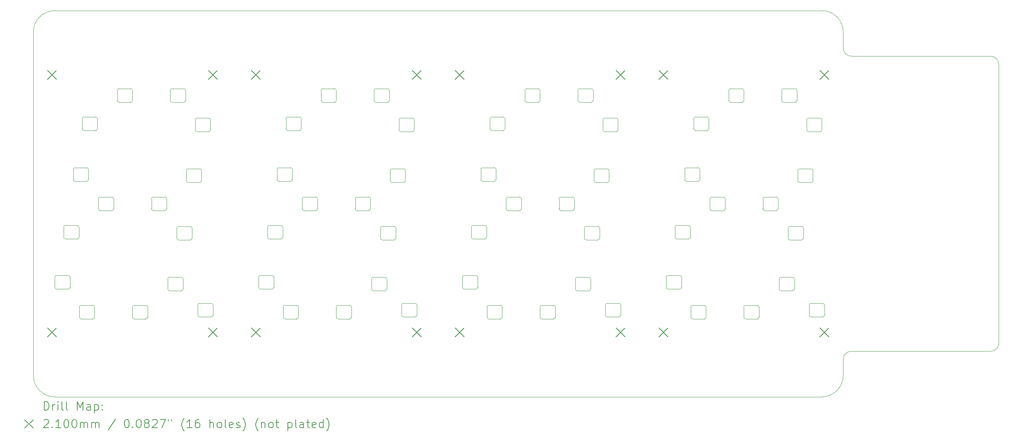
<source format=gbr>
%TF.GenerationSoftware,KiCad,Pcbnew,9.0.4*%
%TF.CreationDate,2025-08-31T21:09:59+02:00*%
%TF.ProjectId,n-teller-xl-diy,6e2d7465-6c6c-4657-922d-786c2d646979,1.0*%
%TF.SameCoordinates,Original*%
%TF.FileFunction,Drillmap*%
%TF.FilePolarity,Positive*%
%FSLAX45Y45*%
G04 Gerber Fmt 4.5, Leading zero omitted, Abs format (unit mm)*
G04 Created by KiCad (PCBNEW 9.0.4) date 2025-08-31 21:09:59*
%MOMM*%
%LPD*%
G01*
G04 APERTURE LIST*
%ADD10C,0.050000*%
%ADD11C,0.200000*%
%ADD12C,0.210000*%
G04 APERTURE END LIST*
D10*
X9779000Y3492500D02*
X13081000Y3492500D01*
X9080500Y4572000D02*
G75*
G02*
X9588500Y4064000I0J-508000D01*
G01*
X9588500Y-4064000D02*
G75*
G02*
X9080500Y-4572000I-508000J0D01*
G01*
X-9588500Y4064000D02*
G75*
G02*
X-9080500Y4572000I508000J0D01*
G01*
X9588500Y4064000D02*
X9588500Y3683000D01*
X-9080500Y4572000D02*
X9080500Y4572000D01*
X9779000Y-3492500D02*
X13081000Y-3492500D01*
X9588500Y-4064000D02*
X9588500Y-3683000D01*
X9080500Y-4572000D02*
X-9080500Y-4572000D01*
X13271500Y-3302000D02*
X13271500Y3302000D01*
X-9080500Y-4572000D02*
G75*
G02*
X-9588500Y-4064000I0J508000D01*
G01*
X13081000Y3492500D02*
G75*
G02*
X13271500Y3302000I0J-190500D01*
G01*
X9779000Y3492500D02*
G75*
G02*
X9588500Y3683000I0J190500D01*
G01*
X9588500Y-3683000D02*
G75*
G02*
X9779000Y-3492500I190500J0D01*
G01*
X13271500Y-3302000D02*
G75*
G02*
X13081000Y-3492500I-190500J0D01*
G01*
X-9588500Y4064000D02*
X-9588500Y-4064000D01*
X3957000Y-2396000D02*
X3957000Y-2636000D01*
X4277000Y-2356000D02*
X3997000Y-2356000D01*
X4277000Y-2676000D02*
X3997000Y-2676000D01*
X4317000Y-2396000D02*
X4317000Y-2636000D01*
X3957000Y-2396000D02*
G75*
G02*
X3997000Y-2356000I40000J0D01*
G01*
X3997000Y-2676000D02*
G75*
G02*
X3957000Y-2636000I0J40000D01*
G01*
X4277000Y-2356000D02*
G75*
G02*
X4317000Y-2396000I0J-40000D01*
G01*
X4317000Y-2636000D02*
G75*
G02*
X4277000Y-2676000I-40000J0D01*
G01*
X5398000Y-1740000D02*
X5398000Y-1980000D01*
X5718000Y-1700000D02*
X5438000Y-1700000D01*
X5718000Y-2020000D02*
X5438000Y-2020000D01*
X5758000Y-1740000D02*
X5758000Y-1980000D01*
X5398000Y-1740000D02*
G75*
G02*
X5438000Y-1700000I40000J0D01*
G01*
X5438000Y-2020000D02*
G75*
G02*
X5398000Y-1980000I0J40000D01*
G01*
X5718000Y-1700000D02*
G75*
G02*
X5758000Y-1740000I0J-40000D01*
G01*
X5758000Y-1980000D02*
G75*
G02*
X5718000Y-2020000I-40000J0D01*
G01*
X5607000Y-552000D02*
X5607000Y-792000D01*
X5927000Y-512000D02*
X5647000Y-512000D01*
X5927000Y-832000D02*
X5647000Y-832000D01*
X5967000Y-552000D02*
X5967000Y-792000D01*
X5607000Y-552000D02*
G75*
G02*
X5647000Y-512000I40000J0D01*
G01*
X5647000Y-832000D02*
G75*
G02*
X5607000Y-792000I0J40000D01*
G01*
X5927000Y-512000D02*
G75*
G02*
X5967000Y-552000I0J-40000D01*
G01*
X5967000Y-792000D02*
G75*
G02*
X5927000Y-832000I-40000J0D01*
G01*
X-1579000Y-1778000D02*
X-1579000Y-2018000D01*
X-1259000Y-1738000D02*
X-1539000Y-1738000D01*
X-1259000Y-2058000D02*
X-1539000Y-2058000D01*
X-1219000Y-1778000D02*
X-1219000Y-2018000D01*
X-1579000Y-1778000D02*
G75*
G02*
X-1539000Y-1738000I40000J0D01*
G01*
X-1539000Y-2058000D02*
G75*
G02*
X-1579000Y-2018000I0J40000D01*
G01*
X-1259000Y-1738000D02*
G75*
G02*
X-1219000Y-1778000I0J-40000D01*
G01*
X-1219000Y-2018000D02*
G75*
G02*
X-1259000Y-2058000I-40000J0D01*
G01*
X-1367000Y-574000D02*
X-1367000Y-814000D01*
X-1047000Y-534000D02*
X-1327000Y-534000D01*
X-1047000Y-854000D02*
X-1327000Y-854000D01*
X-1007000Y-574000D02*
X-1007000Y-814000D01*
X-1367000Y-574000D02*
G75*
G02*
X-1327000Y-534000I40000J0D01*
G01*
X-1327000Y-854000D02*
G75*
G02*
X-1367000Y-814000I0J40000D01*
G01*
X-1047000Y-534000D02*
G75*
G02*
X-1007000Y-574000I0J-40000D01*
G01*
X-1007000Y-814000D02*
G75*
G02*
X-1047000Y-854000I-40000J0D01*
G01*
X-1141000Y785000D02*
X-1141000Y545000D01*
X-821000Y825000D02*
X-1101000Y825000D01*
X-821000Y505000D02*
X-1101000Y505000D01*
X-781000Y785000D02*
X-781000Y545000D01*
X-1141000Y785000D02*
G75*
G02*
X-1101000Y825000I40000J0D01*
G01*
X-1101000Y505000D02*
G75*
G02*
X-1141000Y545000I0J40000D01*
G01*
X-821000Y825000D02*
G75*
G02*
X-781000Y785000I0J-40000D01*
G01*
X-781000Y545000D02*
G75*
G02*
X-821000Y505000I-40000J0D01*
G01*
X-8046000Y120000D02*
X-8046000Y-120000D01*
X-7726000Y160000D02*
X-8006000Y160000D01*
X-7726000Y-160000D02*
X-8006000Y-160000D01*
X-7686000Y120000D02*
X-7686000Y-120000D01*
X-8046000Y120000D02*
G75*
G02*
X-8006000Y160000I40000J0D01*
G01*
X-8006000Y-160000D02*
G75*
G02*
X-8046000Y-120000I0J40000D01*
G01*
X-7726000Y160000D02*
G75*
G02*
X-7686000Y120000I0J-40000D01*
G01*
X-7686000Y-120000D02*
G75*
G02*
X-7726000Y-160000I-40000J0D01*
G01*
X-3607000Y2015000D02*
X-3607000Y1775000D01*
X-3287000Y2055000D02*
X-3567000Y2055000D01*
X-3287000Y1735000D02*
X-3567000Y1735000D01*
X-3247000Y2015000D02*
X-3247000Y1775000D01*
X-3607000Y2015000D02*
G75*
G02*
X-3567000Y2055000I40000J0D01*
G01*
X-3567000Y1735000D02*
G75*
G02*
X-3607000Y1775000I0J40000D01*
G01*
X-3287000Y2055000D02*
G75*
G02*
X-3247000Y2015000I0J-40000D01*
G01*
X-3247000Y1775000D02*
G75*
G02*
X-3287000Y1735000I-40000J0D01*
G01*
X-8433000Y2015000D02*
X-8433000Y1775000D01*
X-8113000Y2055000D02*
X-8393000Y2055000D01*
X-8113000Y1735000D02*
X-8393000Y1735000D01*
X-8073000Y2015000D02*
X-8073000Y1775000D01*
X-8433000Y2015000D02*
G75*
G02*
X-8393000Y2055000I40000J0D01*
G01*
X-8393000Y1735000D02*
G75*
G02*
X-8433000Y1775000I0J40000D01*
G01*
X-8113000Y2055000D02*
G75*
G02*
X-8073000Y2015000I0J-40000D01*
G01*
X-8073000Y1775000D02*
G75*
G02*
X-8113000Y1735000I-40000J0D01*
G01*
X1153000Y-2445000D02*
X1153000Y-2685000D01*
X1473000Y-2405000D02*
X1193000Y-2405000D01*
X1473000Y-2725000D02*
X1193000Y-2725000D01*
X1513000Y-2445000D02*
X1513000Y-2685000D01*
X1153000Y-2445000D02*
G75*
G02*
X1193000Y-2405000I40000J0D01*
G01*
X1193000Y-2725000D02*
G75*
G02*
X1153000Y-2685000I0J40000D01*
G01*
X1473000Y-2405000D02*
G75*
G02*
X1513000Y-2445000I0J-40000D01*
G01*
X1513000Y-2685000D02*
G75*
G02*
X1473000Y-2725000I-40000J0D01*
G01*
X-6347000Y2685000D02*
X-6347000Y2445000D01*
X-6027000Y2725000D02*
X-6307000Y2725000D01*
X-6027000Y2405000D02*
X-6307000Y2405000D01*
X-5987000Y2685000D02*
X-5987000Y2445000D01*
X-6347000Y2685000D02*
G75*
G02*
X-6307000Y2725000I40000J0D01*
G01*
X-6307000Y2405000D02*
G75*
G02*
X-6347000Y2445000I0J40000D01*
G01*
X-6027000Y2725000D02*
G75*
G02*
X-5987000Y2685000I0J-40000D01*
G01*
X-5987000Y2445000D02*
G75*
G02*
X-6027000Y2405000I-40000J0D01*
G01*
X8131000Y2685000D02*
X8131000Y2445000D01*
X8451000Y2725000D02*
X8171000Y2725000D01*
X8451000Y2405000D02*
X8171000Y2405000D01*
X8491000Y2685000D02*
X8491000Y2445000D01*
X8131000Y2685000D02*
G75*
G02*
X8171000Y2725000I40000J0D01*
G01*
X8171000Y2405000D02*
G75*
G02*
X8131000Y2445000I0J40000D01*
G01*
X8451000Y2725000D02*
G75*
G02*
X8491000Y2685000I0J-40000D01*
G01*
X8491000Y2445000D02*
G75*
G02*
X8451000Y2405000I-40000J0D01*
G01*
X-5756000Y1989000D02*
X-5756000Y1749000D01*
X-5436000Y2029000D02*
X-5716000Y2029000D01*
X-5436000Y1709000D02*
X-5716000Y1709000D01*
X-5396000Y1989000D02*
X-5396000Y1749000D01*
X-5756000Y1989000D02*
G75*
G02*
X-5716000Y2029000I40000J0D01*
G01*
X-5716000Y1709000D02*
G75*
G02*
X-5756000Y1749000I0J40000D01*
G01*
X-5436000Y2029000D02*
G75*
G02*
X-5396000Y1989000I0J-40000D01*
G01*
X-5396000Y1749000D02*
G75*
G02*
X-5436000Y1709000I-40000J0D01*
G01*
X3896000Y1989000D02*
X3896000Y1749000D01*
X4216000Y2029000D02*
X3936000Y2029000D01*
X4216000Y1709000D02*
X3936000Y1709000D01*
X4256000Y1989000D02*
X4256000Y1749000D01*
X3896000Y1989000D02*
G75*
G02*
X3936000Y2029000I40000J0D01*
G01*
X3936000Y1709000D02*
G75*
G02*
X3896000Y1749000I0J40000D01*
G01*
X4216000Y2029000D02*
G75*
G02*
X4256000Y1989000I0J-40000D01*
G01*
X4256000Y1749000D02*
G75*
G02*
X4216000Y1709000I-40000J0D01*
G01*
X-2777000Y2685000D02*
X-2777000Y2445000D01*
X-2457000Y2725000D02*
X-2737000Y2725000D01*
X-2457000Y2405000D02*
X-2737000Y2405000D01*
X-2417000Y2685000D02*
X-2417000Y2445000D01*
X-2777000Y2685000D02*
G75*
G02*
X-2737000Y2725000I40000J0D01*
G01*
X-2737000Y2405000D02*
G75*
G02*
X-2777000Y2445000I0J40000D01*
G01*
X-2457000Y2725000D02*
G75*
G02*
X-2417000Y2685000I0J-40000D01*
G01*
X-2417000Y2445000D02*
G75*
G02*
X-2457000Y2405000I-40000J0D01*
G01*
X-1521000Y2685000D02*
X-1521000Y2445000D01*
X-1201000Y2725000D02*
X-1481000Y2725000D01*
X-1201000Y2405000D02*
X-1481000Y2405000D01*
X-1161000Y2685000D02*
X-1161000Y2445000D01*
X-1521000Y2685000D02*
G75*
G02*
X-1481000Y2725000I40000J0D01*
G01*
X-1481000Y2405000D02*
G75*
G02*
X-1521000Y2445000I0J40000D01*
G01*
X-1201000Y2725000D02*
G75*
G02*
X-1161000Y2685000I0J-40000D01*
G01*
X-1161000Y2445000D02*
G75*
G02*
X-1201000Y2405000I-40000J0D01*
G01*
X3247000Y-1778000D02*
X3247000Y-2018000D01*
X3567000Y-1738000D02*
X3287000Y-1738000D01*
X3567000Y-2058000D02*
X3287000Y-2058000D01*
X3607000Y-1778000D02*
X3607000Y-2018000D01*
X3247000Y-1778000D02*
G75*
G02*
X3287000Y-1738000I40000J0D01*
G01*
X3287000Y-2058000D02*
G75*
G02*
X3247000Y-2018000I0J40000D01*
G01*
X3567000Y-1738000D02*
G75*
G02*
X3607000Y-1778000I0J-40000D01*
G01*
X3607000Y-2018000D02*
G75*
G02*
X3567000Y-2058000I-40000J0D01*
G01*
X-4254000Y-1740000D02*
X-4254000Y-1980000D01*
X-3934000Y-1700000D02*
X-4214000Y-1700000D01*
X-3934000Y-2020000D02*
X-4214000Y-2020000D01*
X-3894000Y-1740000D02*
X-3894000Y-1980000D01*
X-4254000Y-1740000D02*
G75*
G02*
X-4214000Y-1700000I40000J0D01*
G01*
X-4214000Y-2020000D02*
G75*
G02*
X-4254000Y-1980000I0J40000D01*
G01*
X-3934000Y-1700000D02*
G75*
G02*
X-3894000Y-1740000I0J-40000D01*
G01*
X-3894000Y-1980000D02*
G75*
G02*
X-3934000Y-2020000I-40000J0D01*
G01*
X2860000Y120000D02*
X2860000Y-120000D01*
X3180000Y160000D02*
X2900000Y160000D01*
X3180000Y-160000D02*
X2900000Y-160000D01*
X3220000Y120000D02*
X3220000Y-120000D01*
X2860000Y120000D02*
G75*
G02*
X2900000Y160000I40000J0D01*
G01*
X2900000Y-160000D02*
G75*
G02*
X2860000Y-120000I0J40000D01*
G01*
X3180000Y160000D02*
G75*
G02*
X3220000Y120000I0J-40000D01*
G01*
X3220000Y-120000D02*
G75*
G02*
X3180000Y-160000I-40000J0D01*
G01*
X-8499000Y-2445000D02*
X-8499000Y-2685000D01*
X-8179000Y-2405000D02*
X-8459000Y-2405000D01*
X-8179000Y-2725000D02*
X-8459000Y-2725000D01*
X-8139000Y-2445000D02*
X-8139000Y-2685000D01*
X-8499000Y-2445000D02*
G75*
G02*
X-8459000Y-2405000I40000J0D01*
G01*
X-8459000Y-2725000D02*
G75*
G02*
X-8499000Y-2685000I0J40000D01*
G01*
X-8179000Y-2405000D02*
G75*
G02*
X-8139000Y-2445000I0J-40000D01*
G01*
X-8139000Y-2685000D02*
G75*
G02*
X-8179000Y-2725000I-40000J0D01*
G01*
X-2418000Y-2445000D02*
X-2418000Y-2685000D01*
X-2098000Y-2405000D02*
X-2378000Y-2405000D01*
X-2098000Y-2725000D02*
X-2378000Y-2725000D01*
X-2058000Y-2445000D02*
X-2058000Y-2685000D01*
X-2418000Y-2445000D02*
G75*
G02*
X-2378000Y-2405000I40000J0D01*
G01*
X-2378000Y-2725000D02*
G75*
G02*
X-2418000Y-2685000I0J40000D01*
G01*
X-2098000Y-2405000D02*
G75*
G02*
X-2058000Y-2445000I0J-40000D01*
G01*
X-2058000Y-2685000D02*
G75*
G02*
X-2098000Y-2725000I-40000J0D01*
G01*
X-3673000Y-2445000D02*
X-3673000Y-2685000D01*
X-3353000Y-2405000D02*
X-3633000Y-2405000D01*
X-3353000Y-2725000D02*
X-3633000Y-2725000D01*
X-3313000Y-2445000D02*
X-3313000Y-2685000D01*
X-3673000Y-2445000D02*
G75*
G02*
X-3633000Y-2405000I40000J0D01*
G01*
X-3633000Y-2725000D02*
G75*
G02*
X-3673000Y-2685000I0J40000D01*
G01*
X-3353000Y-2405000D02*
G75*
G02*
X-3313000Y-2445000I0J-40000D01*
G01*
X-3313000Y-2685000D02*
G75*
G02*
X-3353000Y-2725000I-40000J0D01*
G01*
X8073000Y-1778000D02*
X8073000Y-2018000D01*
X8393000Y-1738000D02*
X8113000Y-1738000D01*
X8393000Y-2058000D02*
X8113000Y-2058000D01*
X8433000Y-1778000D02*
X8433000Y-2018000D01*
X8073000Y-1778000D02*
G75*
G02*
X8113000Y-1738000I40000J0D01*
G01*
X8113000Y-2058000D02*
G75*
G02*
X8073000Y-2018000I0J40000D01*
G01*
X8393000Y-1738000D02*
G75*
G02*
X8433000Y-1778000I0J-40000D01*
G01*
X8433000Y-2018000D02*
G75*
G02*
X8393000Y-2058000I-40000J0D01*
G01*
X8285000Y-574000D02*
X8285000Y-814000D01*
X8605000Y-534000D02*
X8325000Y-534000D01*
X8605000Y-854000D02*
X8325000Y-854000D01*
X8645000Y-574000D02*
X8645000Y-814000D01*
X8285000Y-574000D02*
G75*
G02*
X8325000Y-534000I40000J0D01*
G01*
X8325000Y-854000D02*
G75*
G02*
X8285000Y-814000I0J40000D01*
G01*
X8605000Y-534000D02*
G75*
G02*
X8645000Y-574000I0J-40000D01*
G01*
X8645000Y-814000D02*
G75*
G02*
X8605000Y-854000I-40000J0D01*
G01*
X3305000Y2685000D02*
X3305000Y2445000D01*
X3625000Y2725000D02*
X3345000Y2725000D01*
X3625000Y2405000D02*
X3345000Y2405000D01*
X3665000Y2685000D02*
X3665000Y2445000D01*
X3305000Y2685000D02*
G75*
G02*
X3345000Y2725000I40000J0D01*
G01*
X3345000Y2405000D02*
G75*
G02*
X3305000Y2445000I0J40000D01*
G01*
X3625000Y2725000D02*
G75*
G02*
X3665000Y2685000I0J-40000D01*
G01*
X3665000Y2445000D02*
G75*
G02*
X3625000Y2405000I-40000J0D01*
G01*
X-9080000Y-1740000D02*
X-9080000Y-1980000D01*
X-8760000Y-1700000D02*
X-9040000Y-1700000D01*
X-8760000Y-2020000D02*
X-9040000Y-2020000D01*
X-8720000Y-1740000D02*
X-8720000Y-1980000D01*
X-9080000Y-1740000D02*
G75*
G02*
X-9040000Y-1700000I40000J0D01*
G01*
X-9040000Y-2020000D02*
G75*
G02*
X-9080000Y-1980000I0J40000D01*
G01*
X-8760000Y-1700000D02*
G75*
G02*
X-8720000Y-1740000I0J-40000D01*
G01*
X-8720000Y-1980000D02*
G75*
G02*
X-8760000Y-2020000I-40000J0D01*
G01*
X-6193000Y-574000D02*
X-6193000Y-814000D01*
X-5873000Y-534000D02*
X-6153000Y-534000D01*
X-5873000Y-854000D02*
X-6153000Y-854000D01*
X-5833000Y-574000D02*
X-5833000Y-814000D01*
X-6193000Y-574000D02*
G75*
G02*
X-6153000Y-534000I40000J0D01*
G01*
X-6153000Y-854000D02*
G75*
G02*
X-6193000Y-814000I0J40000D01*
G01*
X-5873000Y-534000D02*
G75*
G02*
X-5833000Y-574000I0J-40000D01*
G01*
X-5833000Y-814000D02*
G75*
G02*
X-5873000Y-854000I-40000J0D01*
G01*
X-6792000Y120000D02*
X-6792000Y-120000D01*
X-6472000Y160000D02*
X-6752000Y160000D01*
X-6472000Y-160000D02*
X-6752000Y-160000D01*
X-6432000Y120000D02*
X-6432000Y-120000D01*
X-6792000Y120000D02*
G75*
G02*
X-6752000Y160000I40000J0D01*
G01*
X-6752000Y-160000D02*
G75*
G02*
X-6792000Y-120000I0J40000D01*
G01*
X-6472000Y160000D02*
G75*
G02*
X-6432000Y120000I0J-40000D01*
G01*
X-6432000Y-120000D02*
G75*
G02*
X-6472000Y-160000I-40000J0D01*
G01*
X8511000Y785000D02*
X8511000Y545000D01*
X8831000Y825000D02*
X8551000Y825000D01*
X8831000Y505000D02*
X8551000Y505000D01*
X8871000Y785000D02*
X8871000Y545000D01*
X8511000Y785000D02*
G75*
G02*
X8551000Y825000I40000J0D01*
G01*
X8551000Y505000D02*
G75*
G02*
X8511000Y545000I0J40000D01*
G01*
X8831000Y825000D02*
G75*
G02*
X8871000Y785000I0J-40000D01*
G01*
X8871000Y545000D02*
G75*
G02*
X8831000Y505000I-40000J0D01*
G01*
X-5967000Y785000D02*
X-5967000Y545000D01*
X-5647000Y825000D02*
X-5927000Y825000D01*
X-5647000Y505000D02*
X-5927000Y505000D01*
X-5607000Y785000D02*
X-5607000Y545000D01*
X-5967000Y785000D02*
G75*
G02*
X-5927000Y825000I40000J0D01*
G01*
X-5927000Y505000D02*
G75*
G02*
X-5967000Y545000I0J40000D01*
G01*
X-5647000Y825000D02*
G75*
G02*
X-5607000Y785000I0J-40000D01*
G01*
X-5607000Y545000D02*
G75*
G02*
X-5647000Y505000I-40000J0D01*
G01*
X572000Y-1740000D02*
X572000Y-1980000D01*
X892000Y-1700000D02*
X612000Y-1700000D01*
X892000Y-2020000D02*
X612000Y-2020000D01*
X932000Y-1740000D02*
X932000Y-1980000D01*
X572000Y-1740000D02*
G75*
G02*
X612000Y-1700000I40000J0D01*
G01*
X612000Y-2020000D02*
G75*
G02*
X572000Y-1980000I0J40000D01*
G01*
X892000Y-1700000D02*
G75*
G02*
X932000Y-1740000I0J-40000D01*
G01*
X932000Y-1980000D02*
G75*
G02*
X892000Y-2020000I-40000J0D01*
G01*
X-3819000Y813000D02*
X-3819000Y573000D01*
X-3499000Y853000D02*
X-3779000Y853000D01*
X-3499000Y533000D02*
X-3779000Y533000D01*
X-3459000Y813000D02*
X-3459000Y573000D01*
X-3819000Y813000D02*
G75*
G02*
X-3779000Y853000I40000J0D01*
G01*
X-3779000Y533000D02*
G75*
G02*
X-3819000Y573000I0J40000D01*
G01*
X-3499000Y853000D02*
G75*
G02*
X-3459000Y813000I0J-40000D01*
G01*
X-3459000Y573000D02*
G75*
G02*
X-3499000Y533000I-40000J0D01*
G01*
X-8871000Y-552000D02*
X-8871000Y-792000D01*
X-8551000Y-512000D02*
X-8831000Y-512000D01*
X-8551000Y-832000D02*
X-8831000Y-832000D01*
X-8511000Y-552000D02*
X-8511000Y-792000D01*
X-8871000Y-552000D02*
G75*
G02*
X-8831000Y-512000I40000J0D01*
G01*
X-8831000Y-832000D02*
G75*
G02*
X-8871000Y-792000I0J40000D01*
G01*
X-8551000Y-512000D02*
G75*
G02*
X-8511000Y-552000I0J-40000D01*
G01*
X-8511000Y-792000D02*
G75*
G02*
X-8551000Y-832000I-40000J0D01*
G01*
X-869000Y-2396000D02*
X-869000Y-2636000D01*
X-549000Y-2356000D02*
X-829000Y-2356000D01*
X-549000Y-2676000D02*
X-829000Y-2676000D01*
X-509000Y-2396000D02*
X-509000Y-2636000D01*
X-869000Y-2396000D02*
G75*
G02*
X-829000Y-2356000I40000J0D01*
G01*
X-829000Y-2676000D02*
G75*
G02*
X-869000Y-2636000I0J40000D01*
G01*
X-549000Y-2356000D02*
G75*
G02*
X-509000Y-2396000I0J-40000D01*
G01*
X-509000Y-2636000D02*
G75*
G02*
X-549000Y-2676000I-40000J0D01*
G01*
X-8645000Y813000D02*
X-8645000Y573000D01*
X-8325000Y853000D02*
X-8605000Y853000D01*
X-8325000Y533000D02*
X-8605000Y533000D01*
X-8285000Y813000D02*
X-8285000Y573000D01*
X-8645000Y813000D02*
G75*
G02*
X-8605000Y853000I40000J0D01*
G01*
X-8605000Y533000D02*
G75*
G02*
X-8645000Y573000I0J40000D01*
G01*
X-8325000Y853000D02*
G75*
G02*
X-8285000Y813000I0J-40000D01*
G01*
X-8285000Y573000D02*
G75*
G02*
X-8325000Y533000I-40000J0D01*
G01*
X1219000Y2015000D02*
X1219000Y1775000D01*
X1539000Y2055000D02*
X1259000Y2055000D01*
X1539000Y1735000D02*
X1259000Y1735000D01*
X1579000Y2015000D02*
X1579000Y1775000D01*
X1219000Y2015000D02*
G75*
G02*
X1259000Y2055000I40000J0D01*
G01*
X1259000Y1735000D02*
G75*
G02*
X1219000Y1775000I0J40000D01*
G01*
X1539000Y2055000D02*
G75*
G02*
X1579000Y2015000I0J-40000D01*
G01*
X1579000Y1775000D02*
G75*
G02*
X1539000Y1735000I-40000J0D01*
G01*
X-7603000Y2685000D02*
X-7603000Y2445000D01*
X-7283000Y2725000D02*
X-7563000Y2725000D01*
X-7283000Y2405000D02*
X-7563000Y2405000D01*
X-7243000Y2685000D02*
X-7243000Y2445000D01*
X-7603000Y2685000D02*
G75*
G02*
X-7563000Y2725000I40000J0D01*
G01*
X-7563000Y2405000D02*
G75*
G02*
X-7603000Y2445000I0J40000D01*
G01*
X-7283000Y2725000D02*
G75*
G02*
X-7243000Y2685000I0J-40000D01*
G01*
X-7243000Y2445000D02*
G75*
G02*
X-7283000Y2405000I-40000J0D01*
G01*
X3685000Y785000D02*
X3685000Y545000D01*
X4005000Y825000D02*
X3725000Y825000D01*
X4005000Y505000D02*
X3725000Y505000D01*
X4045000Y785000D02*
X4045000Y545000D01*
X3685000Y785000D02*
G75*
G02*
X3725000Y825000I40000J0D01*
G01*
X3725000Y505000D02*
G75*
G02*
X3685000Y545000I0J40000D01*
G01*
X4005000Y825000D02*
G75*
G02*
X4045000Y785000I0J-40000D01*
G01*
X4045000Y545000D02*
G75*
G02*
X4005000Y505000I-40000J0D01*
G01*
X5833000Y813000D02*
X5833000Y573000D01*
X6153000Y853000D02*
X5873000Y853000D01*
X6153000Y533000D02*
X5873000Y533000D01*
X6193000Y813000D02*
X6193000Y573000D01*
X5833000Y813000D02*
G75*
G02*
X5873000Y853000I40000J0D01*
G01*
X5873000Y533000D02*
G75*
G02*
X5833000Y573000I0J40000D01*
G01*
X6153000Y853000D02*
G75*
G02*
X6193000Y813000I0J-40000D01*
G01*
X6193000Y573000D02*
G75*
G02*
X6153000Y533000I-40000J0D01*
G01*
X6875000Y2685000D02*
X6875000Y2445000D01*
X7195000Y2725000D02*
X6915000Y2725000D01*
X7195000Y2405000D02*
X6915000Y2405000D01*
X7235000Y2685000D02*
X7235000Y2445000D01*
X6875000Y2685000D02*
G75*
G02*
X6915000Y2725000I40000J0D01*
G01*
X6915000Y2405000D02*
G75*
G02*
X6875000Y2445000I0J40000D01*
G01*
X7195000Y2725000D02*
G75*
G02*
X7235000Y2685000I0J-40000D01*
G01*
X7235000Y2445000D02*
G75*
G02*
X7195000Y2405000I-40000J0D01*
G01*
X-4045000Y-552000D02*
X-4045000Y-792000D01*
X-3725000Y-512000D02*
X-4005000Y-512000D01*
X-3725000Y-832000D02*
X-4005000Y-832000D01*
X-3685000Y-552000D02*
X-3685000Y-792000D01*
X-4045000Y-552000D02*
G75*
G02*
X-4005000Y-512000I40000J0D01*
G01*
X-4005000Y-832000D02*
G75*
G02*
X-4045000Y-792000I0J40000D01*
G01*
X-3725000Y-512000D02*
G75*
G02*
X-3685000Y-552000I0J-40000D01*
G01*
X-3685000Y-792000D02*
G75*
G02*
X-3725000Y-832000I-40000J0D01*
G01*
X-3220000Y120000D02*
X-3220000Y-120000D01*
X-2900000Y160000D02*
X-3180000Y160000D01*
X-2900000Y-160000D02*
X-3180000Y-160000D01*
X-2860000Y120000D02*
X-2860000Y-120000D01*
X-3220000Y120000D02*
G75*
G02*
X-3180000Y160000I40000J0D01*
G01*
X-3180000Y-160000D02*
G75*
G02*
X-3220000Y-120000I0J40000D01*
G01*
X-2900000Y160000D02*
G75*
G02*
X-2860000Y120000I0J-40000D01*
G01*
X-2860000Y-120000D02*
G75*
G02*
X-2900000Y-160000I-40000J0D01*
G01*
X7234000Y-2445000D02*
X7234000Y-2685000D01*
X7554000Y-2405000D02*
X7274000Y-2405000D01*
X7554000Y-2725000D02*
X7274000Y-2725000D01*
X7594000Y-2445000D02*
X7594000Y-2685000D01*
X7234000Y-2445000D02*
G75*
G02*
X7274000Y-2405000I40000J0D01*
G01*
X7274000Y-2725000D02*
G75*
G02*
X7234000Y-2685000I0J40000D01*
G01*
X7554000Y-2405000D02*
G75*
G02*
X7594000Y-2445000I0J-40000D01*
G01*
X7594000Y-2685000D02*
G75*
G02*
X7554000Y-2725000I-40000J0D01*
G01*
X-6405000Y-1778000D02*
X-6405000Y-2018000D01*
X-6085000Y-1738000D02*
X-6365000Y-1738000D01*
X-6085000Y-2058000D02*
X-6365000Y-2058000D01*
X-6045000Y-1778000D02*
X-6045000Y-2018000D01*
X-6405000Y-1778000D02*
G75*
G02*
X-6365000Y-1738000I40000J0D01*
G01*
X-6365000Y-2058000D02*
G75*
G02*
X-6405000Y-2018000I0J40000D01*
G01*
X-6085000Y-1738000D02*
G75*
G02*
X-6045000Y-1778000I0J-40000D01*
G01*
X-6045000Y-2018000D02*
G75*
G02*
X-6085000Y-2058000I-40000J0D01*
G01*
X1007000Y813000D02*
X1007000Y573000D01*
X1327000Y853000D02*
X1047000Y853000D01*
X1327000Y533000D02*
X1047000Y533000D01*
X1367000Y813000D02*
X1367000Y573000D01*
X1007000Y813000D02*
G75*
G02*
X1047000Y853000I40000J0D01*
G01*
X1047000Y533000D02*
G75*
G02*
X1007000Y573000I0J40000D01*
G01*
X1327000Y853000D02*
G75*
G02*
X1367000Y813000I0J-40000D01*
G01*
X1367000Y573000D02*
G75*
G02*
X1327000Y533000I-40000J0D01*
G01*
X-930000Y1989000D02*
X-930000Y1749000D01*
X-610000Y2029000D02*
X-890000Y2029000D01*
X-610000Y1709000D02*
X-890000Y1709000D01*
X-570000Y1989000D02*
X-570000Y1749000D01*
X-930000Y1989000D02*
G75*
G02*
X-890000Y2029000I40000J0D01*
G01*
X-890000Y1709000D02*
G75*
G02*
X-930000Y1749000I0J40000D01*
G01*
X-610000Y2029000D02*
G75*
G02*
X-570000Y1989000I0J-40000D01*
G01*
X-570000Y1749000D02*
G75*
G02*
X-610000Y1709000I-40000J0D01*
G01*
X3459000Y-574000D02*
X3459000Y-814000D01*
X3779000Y-534000D02*
X3499000Y-534000D01*
X3779000Y-854000D02*
X3499000Y-854000D01*
X3819000Y-574000D02*
X3819000Y-814000D01*
X3459000Y-574000D02*
G75*
G02*
X3499000Y-534000I40000J0D01*
G01*
X3499000Y-854000D02*
G75*
G02*
X3459000Y-814000I0J40000D01*
G01*
X3779000Y-534000D02*
G75*
G02*
X3819000Y-574000I0J-40000D01*
G01*
X3819000Y-814000D02*
G75*
G02*
X3779000Y-854000I-40000J0D01*
G01*
X1606000Y120000D02*
X1606000Y-120000D01*
X1926000Y160000D02*
X1646000Y160000D01*
X1926000Y-160000D02*
X1646000Y-160000D01*
X1966000Y120000D02*
X1966000Y-120000D01*
X1606000Y120000D02*
G75*
G02*
X1646000Y160000I40000J0D01*
G01*
X1646000Y-160000D02*
G75*
G02*
X1606000Y-120000I0J40000D01*
G01*
X1926000Y160000D02*
G75*
G02*
X1966000Y120000I0J-40000D01*
G01*
X1966000Y-120000D02*
G75*
G02*
X1926000Y-160000I-40000J0D01*
G01*
X781000Y-552000D02*
X781000Y-792000D01*
X1101000Y-512000D02*
X821000Y-512000D01*
X1101000Y-832000D02*
X821000Y-832000D01*
X1141000Y-552000D02*
X1141000Y-792000D01*
X781000Y-552000D02*
G75*
G02*
X821000Y-512000I40000J0D01*
G01*
X821000Y-832000D02*
G75*
G02*
X781000Y-792000I0J40000D01*
G01*
X1101000Y-512000D02*
G75*
G02*
X1141000Y-552000I0J-40000D01*
G01*
X1141000Y-792000D02*
G75*
G02*
X1101000Y-832000I-40000J0D01*
G01*
X7686000Y120000D02*
X7686000Y-120000D01*
X8006000Y160000D02*
X7726000Y160000D01*
X8006000Y-160000D02*
X7726000Y-160000D01*
X8046000Y120000D02*
X8046000Y-120000D01*
X7686000Y120000D02*
G75*
G02*
X7726000Y160000I40000J0D01*
G01*
X7726000Y-160000D02*
G75*
G02*
X7686000Y-120000I0J40000D01*
G01*
X8006000Y160000D02*
G75*
G02*
X8046000Y120000I0J-40000D01*
G01*
X8046000Y-120000D02*
G75*
G02*
X8006000Y-160000I-40000J0D01*
G01*
X-1966000Y120000D02*
X-1966000Y-120000D01*
X-1646000Y160000D02*
X-1926000Y160000D01*
X-1646000Y-160000D02*
X-1926000Y-160000D01*
X-1606000Y120000D02*
X-1606000Y-120000D01*
X-1966000Y120000D02*
G75*
G02*
X-1926000Y160000I40000J0D01*
G01*
X-1926000Y-160000D02*
G75*
G02*
X-1966000Y-120000I0J40000D01*
G01*
X-1646000Y160000D02*
G75*
G02*
X-1606000Y120000I0J-40000D01*
G01*
X-1606000Y-120000D02*
G75*
G02*
X-1646000Y-160000I-40000J0D01*
G01*
X2049000Y2685000D02*
X2049000Y2445000D01*
X2369000Y2725000D02*
X2089000Y2725000D01*
X2369000Y2405000D02*
X2089000Y2405000D01*
X2409000Y2685000D02*
X2409000Y2445000D01*
X2049000Y2685000D02*
G75*
G02*
X2089000Y2725000I40000J0D01*
G01*
X2089000Y2405000D02*
G75*
G02*
X2049000Y2445000I0J40000D01*
G01*
X2369000Y2725000D02*
G75*
G02*
X2409000Y2685000I0J-40000D01*
G01*
X2409000Y2445000D02*
G75*
G02*
X2369000Y2405000I-40000J0D01*
G01*
X-5695000Y-2396000D02*
X-5695000Y-2636000D01*
X-5375000Y-2356000D02*
X-5655000Y-2356000D01*
X-5375000Y-2676000D02*
X-5655000Y-2676000D01*
X-5335000Y-2396000D02*
X-5335000Y-2636000D01*
X-5695000Y-2396000D02*
G75*
G02*
X-5655000Y-2356000I40000J0D01*
G01*
X-5655000Y-2676000D02*
G75*
G02*
X-5695000Y-2636000I0J40000D01*
G01*
X-5375000Y-2356000D02*
G75*
G02*
X-5335000Y-2396000I0J-40000D01*
G01*
X-5335000Y-2636000D02*
G75*
G02*
X-5375000Y-2676000I-40000J0D01*
G01*
X-7244000Y-2445000D02*
X-7244000Y-2685000D01*
X-6924000Y-2405000D02*
X-7204000Y-2405000D01*
X-6924000Y-2725000D02*
X-7204000Y-2725000D01*
X-6884000Y-2445000D02*
X-6884000Y-2685000D01*
X-7244000Y-2445000D02*
G75*
G02*
X-7204000Y-2405000I40000J0D01*
G01*
X-7204000Y-2725000D02*
G75*
G02*
X-7244000Y-2685000I0J40000D01*
G01*
X-6924000Y-2405000D02*
G75*
G02*
X-6884000Y-2445000I0J-40000D01*
G01*
X-6884000Y-2685000D02*
G75*
G02*
X-6924000Y-2725000I-40000J0D01*
G01*
X6045000Y2015000D02*
X6045000Y1775000D01*
X6365000Y2055000D02*
X6085000Y2055000D01*
X6365000Y1735000D02*
X6085000Y1735000D01*
X6405000Y2015000D02*
X6405000Y1775000D01*
X6045000Y2015000D02*
G75*
G02*
X6085000Y2055000I40000J0D01*
G01*
X6085000Y1735000D02*
G75*
G02*
X6045000Y1775000I0J40000D01*
G01*
X6365000Y2055000D02*
G75*
G02*
X6405000Y2015000I0J-40000D01*
G01*
X6405000Y1775000D02*
G75*
G02*
X6365000Y1735000I-40000J0D01*
G01*
X2408000Y-2445000D02*
X2408000Y-2685000D01*
X2728000Y-2405000D02*
X2448000Y-2405000D01*
X2728000Y-2725000D02*
X2448000Y-2725000D01*
X2768000Y-2445000D02*
X2768000Y-2685000D01*
X2408000Y-2445000D02*
G75*
G02*
X2448000Y-2405000I40000J0D01*
G01*
X2448000Y-2725000D02*
G75*
G02*
X2408000Y-2685000I0J40000D01*
G01*
X2728000Y-2405000D02*
G75*
G02*
X2768000Y-2445000I0J-40000D01*
G01*
X2768000Y-2685000D02*
G75*
G02*
X2728000Y-2725000I-40000J0D01*
G01*
X5979000Y-2445000D02*
X5979000Y-2685000D01*
X6299000Y-2405000D02*
X6019000Y-2405000D01*
X6299000Y-2725000D02*
X6019000Y-2725000D01*
X6339000Y-2445000D02*
X6339000Y-2685000D01*
X5979000Y-2445000D02*
G75*
G02*
X6019000Y-2405000I40000J0D01*
G01*
X6019000Y-2725000D02*
G75*
G02*
X5979000Y-2685000I0J40000D01*
G01*
X6299000Y-2405000D02*
G75*
G02*
X6339000Y-2445000I0J-40000D01*
G01*
X6339000Y-2685000D02*
G75*
G02*
X6299000Y-2725000I-40000J0D01*
G01*
X8722000Y1989000D02*
X8722000Y1749000D01*
X9042000Y2029000D02*
X8762000Y2029000D01*
X9042000Y1709000D02*
X8762000Y1709000D01*
X9082000Y1989000D02*
X9082000Y1749000D01*
X8722000Y1989000D02*
G75*
G02*
X8762000Y2029000I40000J0D01*
G01*
X8762000Y1709000D02*
G75*
G02*
X8722000Y1749000I0J40000D01*
G01*
X9042000Y2029000D02*
G75*
G02*
X9082000Y1989000I0J-40000D01*
G01*
X9082000Y1749000D02*
G75*
G02*
X9042000Y1709000I-40000J0D01*
G01*
X8783000Y-2396000D02*
X8783000Y-2636000D01*
X9103000Y-2356000D02*
X8823000Y-2356000D01*
X9103000Y-2676000D02*
X8823000Y-2676000D01*
X9143000Y-2396000D02*
X9143000Y-2636000D01*
X8783000Y-2396000D02*
G75*
G02*
X8823000Y-2356000I40000J0D01*
G01*
X8823000Y-2676000D02*
G75*
G02*
X8783000Y-2636000I0J40000D01*
G01*
X9103000Y-2356000D02*
G75*
G02*
X9143000Y-2396000I0J-40000D01*
G01*
X9143000Y-2636000D02*
G75*
G02*
X9103000Y-2676000I-40000J0D01*
G01*
X6432000Y120000D02*
X6432000Y-120000D01*
X6752000Y160000D02*
X6472000Y160000D01*
X6752000Y-160000D02*
X6472000Y-160000D01*
X6792000Y120000D02*
X6792000Y-120000D01*
X6432000Y120000D02*
G75*
G02*
X6472000Y160000I40000J0D01*
G01*
X6472000Y-160000D02*
G75*
G02*
X6432000Y-120000I0J40000D01*
G01*
X6752000Y160000D02*
G75*
G02*
X6792000Y120000I0J-40000D01*
G01*
X6792000Y-120000D02*
G75*
G02*
X6752000Y-160000I-40000J0D01*
G01*
D11*
D12*
X-9249000Y3153000D02*
X-9039000Y2943000D01*
X-9039000Y3153000D02*
X-9249000Y2943000D01*
X-9249000Y-2943000D02*
X-9039000Y-3153000D01*
X-9039000Y-2943000D02*
X-9249000Y-3153000D01*
X-5439000Y3153000D02*
X-5229000Y2943000D01*
X-5229000Y3153000D02*
X-5439000Y2943000D01*
X-5439000Y-2943000D02*
X-5229000Y-3153000D01*
X-5229000Y-2943000D02*
X-5439000Y-3153000D01*
X-4423000Y3153000D02*
X-4213000Y2943000D01*
X-4213000Y3153000D02*
X-4423000Y2943000D01*
X-4423000Y-2943000D02*
X-4213000Y-3153000D01*
X-4213000Y-2943000D02*
X-4423000Y-3153000D01*
X-613000Y3153000D02*
X-403000Y2943000D01*
X-403000Y3153000D02*
X-613000Y2943000D01*
X-613000Y-2943000D02*
X-403000Y-3153000D01*
X-403000Y-2943000D02*
X-613000Y-3153000D01*
X403000Y3153000D02*
X613000Y2943000D01*
X613000Y3153000D02*
X403000Y2943000D01*
X403000Y-2943000D02*
X613000Y-3153000D01*
X613000Y-2943000D02*
X403000Y-3153000D01*
X4213000Y3153000D02*
X4423000Y2943000D01*
X4423000Y3153000D02*
X4213000Y2943000D01*
X4213000Y-2943000D02*
X4423000Y-3153000D01*
X4423000Y-2943000D02*
X4213000Y-3153000D01*
X5229000Y3153000D02*
X5439000Y2943000D01*
X5439000Y3153000D02*
X5229000Y2943000D01*
X5229000Y-2943000D02*
X5439000Y-3153000D01*
X5439000Y-2943000D02*
X5229000Y-3153000D01*
X9039000Y3153000D02*
X9249000Y2943000D01*
X9249000Y3153000D02*
X9039000Y2943000D01*
X9039000Y-2943000D02*
X9249000Y-3153000D01*
X9249000Y-2943000D02*
X9039000Y-3153000D01*
D11*
X-9330223Y-4885984D02*
X-9330223Y-4685984D01*
X-9330223Y-4685984D02*
X-9282604Y-4685984D01*
X-9282604Y-4685984D02*
X-9254033Y-4695508D01*
X-9254033Y-4695508D02*
X-9234985Y-4714555D01*
X-9234985Y-4714555D02*
X-9225461Y-4733603D01*
X-9225461Y-4733603D02*
X-9215937Y-4771698D01*
X-9215937Y-4771698D02*
X-9215937Y-4800270D01*
X-9215937Y-4800270D02*
X-9225461Y-4838365D01*
X-9225461Y-4838365D02*
X-9234985Y-4857412D01*
X-9234985Y-4857412D02*
X-9254033Y-4876460D01*
X-9254033Y-4876460D02*
X-9282604Y-4885984D01*
X-9282604Y-4885984D02*
X-9330223Y-4885984D01*
X-9130223Y-4885984D02*
X-9130223Y-4752650D01*
X-9130223Y-4790746D02*
X-9120699Y-4771698D01*
X-9120699Y-4771698D02*
X-9111176Y-4762174D01*
X-9111176Y-4762174D02*
X-9092128Y-4752650D01*
X-9092128Y-4752650D02*
X-9073080Y-4752650D01*
X-9006414Y-4885984D02*
X-9006414Y-4752650D01*
X-9006414Y-4685984D02*
X-9015937Y-4695508D01*
X-9015937Y-4695508D02*
X-9006414Y-4705031D01*
X-9006414Y-4705031D02*
X-8996890Y-4695508D01*
X-8996890Y-4695508D02*
X-9006414Y-4685984D01*
X-9006414Y-4685984D02*
X-9006414Y-4705031D01*
X-8882604Y-4885984D02*
X-8901652Y-4876460D01*
X-8901652Y-4876460D02*
X-8911176Y-4857412D01*
X-8911176Y-4857412D02*
X-8911176Y-4685984D01*
X-8777842Y-4885984D02*
X-8796890Y-4876460D01*
X-8796890Y-4876460D02*
X-8806414Y-4857412D01*
X-8806414Y-4857412D02*
X-8806414Y-4685984D01*
X-8549271Y-4885984D02*
X-8549271Y-4685984D01*
X-8549271Y-4685984D02*
X-8482604Y-4828841D01*
X-8482604Y-4828841D02*
X-8415937Y-4685984D01*
X-8415937Y-4685984D02*
X-8415937Y-4885984D01*
X-8234985Y-4885984D02*
X-8234985Y-4781222D01*
X-8234985Y-4781222D02*
X-8244509Y-4762174D01*
X-8244509Y-4762174D02*
X-8263556Y-4752650D01*
X-8263556Y-4752650D02*
X-8301652Y-4752650D01*
X-8301652Y-4752650D02*
X-8320699Y-4762174D01*
X-8234985Y-4876460D02*
X-8254033Y-4885984D01*
X-8254033Y-4885984D02*
X-8301652Y-4885984D01*
X-8301652Y-4885984D02*
X-8320699Y-4876460D01*
X-8320699Y-4876460D02*
X-8330223Y-4857412D01*
X-8330223Y-4857412D02*
X-8330223Y-4838365D01*
X-8330223Y-4838365D02*
X-8320699Y-4819317D01*
X-8320699Y-4819317D02*
X-8301652Y-4809793D01*
X-8301652Y-4809793D02*
X-8254033Y-4809793D01*
X-8254033Y-4809793D02*
X-8234985Y-4800270D01*
X-8139747Y-4752650D02*
X-8139747Y-4952650D01*
X-8139747Y-4762174D02*
X-8120699Y-4752650D01*
X-8120699Y-4752650D02*
X-8082604Y-4752650D01*
X-8082604Y-4752650D02*
X-8063556Y-4762174D01*
X-8063556Y-4762174D02*
X-8054033Y-4771698D01*
X-8054033Y-4771698D02*
X-8044509Y-4790746D01*
X-8044509Y-4790746D02*
X-8044509Y-4847889D01*
X-8044509Y-4847889D02*
X-8054033Y-4866936D01*
X-8054033Y-4866936D02*
X-8063556Y-4876460D01*
X-8063556Y-4876460D02*
X-8082604Y-4885984D01*
X-8082604Y-4885984D02*
X-8120699Y-4885984D01*
X-8120699Y-4885984D02*
X-8139747Y-4876460D01*
X-7958794Y-4866936D02*
X-7949271Y-4876460D01*
X-7949271Y-4876460D02*
X-7958794Y-4885984D01*
X-7958794Y-4885984D02*
X-7968318Y-4876460D01*
X-7968318Y-4876460D02*
X-7958794Y-4866936D01*
X-7958794Y-4866936D02*
X-7958794Y-4885984D01*
X-7958794Y-4762174D02*
X-7949271Y-4771698D01*
X-7949271Y-4771698D02*
X-7958794Y-4781222D01*
X-7958794Y-4781222D02*
X-7968318Y-4771698D01*
X-7968318Y-4771698D02*
X-7958794Y-4762174D01*
X-7958794Y-4762174D02*
X-7958794Y-4781222D01*
X-9791000Y-5114500D02*
X-9591000Y-5314500D01*
X-9591000Y-5114500D02*
X-9791000Y-5314500D01*
X-9339747Y-5125031D02*
X-9330223Y-5115508D01*
X-9330223Y-5115508D02*
X-9311176Y-5105984D01*
X-9311176Y-5105984D02*
X-9263556Y-5105984D01*
X-9263556Y-5105984D02*
X-9244509Y-5115508D01*
X-9244509Y-5115508D02*
X-9234985Y-5125031D01*
X-9234985Y-5125031D02*
X-9225461Y-5144079D01*
X-9225461Y-5144079D02*
X-9225461Y-5163127D01*
X-9225461Y-5163127D02*
X-9234985Y-5191698D01*
X-9234985Y-5191698D02*
X-9349271Y-5305984D01*
X-9349271Y-5305984D02*
X-9225461Y-5305984D01*
X-9139747Y-5286936D02*
X-9130223Y-5296460D01*
X-9130223Y-5296460D02*
X-9139747Y-5305984D01*
X-9139747Y-5305984D02*
X-9149271Y-5296460D01*
X-9149271Y-5296460D02*
X-9139747Y-5286936D01*
X-9139747Y-5286936D02*
X-9139747Y-5305984D01*
X-8939747Y-5305984D02*
X-9054033Y-5305984D01*
X-8996890Y-5305984D02*
X-8996890Y-5105984D01*
X-8996890Y-5105984D02*
X-9015937Y-5134555D01*
X-9015937Y-5134555D02*
X-9034985Y-5153603D01*
X-9034985Y-5153603D02*
X-9054033Y-5163127D01*
X-8815937Y-5105984D02*
X-8796890Y-5105984D01*
X-8796890Y-5105984D02*
X-8777842Y-5115508D01*
X-8777842Y-5115508D02*
X-8768318Y-5125031D01*
X-8768318Y-5125031D02*
X-8758795Y-5144079D01*
X-8758795Y-5144079D02*
X-8749271Y-5182174D01*
X-8749271Y-5182174D02*
X-8749271Y-5229793D01*
X-8749271Y-5229793D02*
X-8758795Y-5267889D01*
X-8758795Y-5267889D02*
X-8768318Y-5286936D01*
X-8768318Y-5286936D02*
X-8777842Y-5296460D01*
X-8777842Y-5296460D02*
X-8796890Y-5305984D01*
X-8796890Y-5305984D02*
X-8815937Y-5305984D01*
X-8815937Y-5305984D02*
X-8834985Y-5296460D01*
X-8834985Y-5296460D02*
X-8844509Y-5286936D01*
X-8844509Y-5286936D02*
X-8854033Y-5267889D01*
X-8854033Y-5267889D02*
X-8863556Y-5229793D01*
X-8863556Y-5229793D02*
X-8863556Y-5182174D01*
X-8863556Y-5182174D02*
X-8854033Y-5144079D01*
X-8854033Y-5144079D02*
X-8844509Y-5125031D01*
X-8844509Y-5125031D02*
X-8834985Y-5115508D01*
X-8834985Y-5115508D02*
X-8815937Y-5105984D01*
X-8625461Y-5105984D02*
X-8606414Y-5105984D01*
X-8606414Y-5105984D02*
X-8587366Y-5115508D01*
X-8587366Y-5115508D02*
X-8577842Y-5125031D01*
X-8577842Y-5125031D02*
X-8568318Y-5144079D01*
X-8568318Y-5144079D02*
X-8558795Y-5182174D01*
X-8558795Y-5182174D02*
X-8558795Y-5229793D01*
X-8558795Y-5229793D02*
X-8568318Y-5267889D01*
X-8568318Y-5267889D02*
X-8577842Y-5286936D01*
X-8577842Y-5286936D02*
X-8587366Y-5296460D01*
X-8587366Y-5296460D02*
X-8606414Y-5305984D01*
X-8606414Y-5305984D02*
X-8625461Y-5305984D01*
X-8625461Y-5305984D02*
X-8644509Y-5296460D01*
X-8644509Y-5296460D02*
X-8654033Y-5286936D01*
X-8654033Y-5286936D02*
X-8663556Y-5267889D01*
X-8663556Y-5267889D02*
X-8673080Y-5229793D01*
X-8673080Y-5229793D02*
X-8673080Y-5182174D01*
X-8673080Y-5182174D02*
X-8663556Y-5144079D01*
X-8663556Y-5144079D02*
X-8654033Y-5125031D01*
X-8654033Y-5125031D02*
X-8644509Y-5115508D01*
X-8644509Y-5115508D02*
X-8625461Y-5105984D01*
X-8473080Y-5305984D02*
X-8473080Y-5172650D01*
X-8473080Y-5191698D02*
X-8463556Y-5182174D01*
X-8463556Y-5182174D02*
X-8444509Y-5172650D01*
X-8444509Y-5172650D02*
X-8415937Y-5172650D01*
X-8415937Y-5172650D02*
X-8396890Y-5182174D01*
X-8396890Y-5182174D02*
X-8387366Y-5201222D01*
X-8387366Y-5201222D02*
X-8387366Y-5305984D01*
X-8387366Y-5201222D02*
X-8377842Y-5182174D01*
X-8377842Y-5182174D02*
X-8358794Y-5172650D01*
X-8358794Y-5172650D02*
X-8330223Y-5172650D01*
X-8330223Y-5172650D02*
X-8311175Y-5182174D01*
X-8311175Y-5182174D02*
X-8301652Y-5201222D01*
X-8301652Y-5201222D02*
X-8301652Y-5305984D01*
X-8206413Y-5305984D02*
X-8206413Y-5172650D01*
X-8206413Y-5191698D02*
X-8196890Y-5182174D01*
X-8196890Y-5182174D02*
X-8177842Y-5172650D01*
X-8177842Y-5172650D02*
X-8149271Y-5172650D01*
X-8149271Y-5172650D02*
X-8130223Y-5182174D01*
X-8130223Y-5182174D02*
X-8120699Y-5201222D01*
X-8120699Y-5201222D02*
X-8120699Y-5305984D01*
X-8120699Y-5201222D02*
X-8111175Y-5182174D01*
X-8111175Y-5182174D02*
X-8092128Y-5172650D01*
X-8092128Y-5172650D02*
X-8063556Y-5172650D01*
X-8063556Y-5172650D02*
X-8044509Y-5182174D01*
X-8044509Y-5182174D02*
X-8034985Y-5201222D01*
X-8034985Y-5201222D02*
X-8034985Y-5305984D01*
X-7644509Y-5096460D02*
X-7815937Y-5353603D01*
X-7387366Y-5105984D02*
X-7368318Y-5105984D01*
X-7368318Y-5105984D02*
X-7349270Y-5115508D01*
X-7349270Y-5115508D02*
X-7339747Y-5125031D01*
X-7339747Y-5125031D02*
X-7330223Y-5144079D01*
X-7330223Y-5144079D02*
X-7320699Y-5182174D01*
X-7320699Y-5182174D02*
X-7320699Y-5229793D01*
X-7320699Y-5229793D02*
X-7330223Y-5267889D01*
X-7330223Y-5267889D02*
X-7339747Y-5286936D01*
X-7339747Y-5286936D02*
X-7349270Y-5296460D01*
X-7349270Y-5296460D02*
X-7368318Y-5305984D01*
X-7368318Y-5305984D02*
X-7387366Y-5305984D01*
X-7387366Y-5305984D02*
X-7406413Y-5296460D01*
X-7406413Y-5296460D02*
X-7415937Y-5286936D01*
X-7415937Y-5286936D02*
X-7425461Y-5267889D01*
X-7425461Y-5267889D02*
X-7434985Y-5229793D01*
X-7434985Y-5229793D02*
X-7434985Y-5182174D01*
X-7434985Y-5182174D02*
X-7425461Y-5144079D01*
X-7425461Y-5144079D02*
X-7415937Y-5125031D01*
X-7415937Y-5125031D02*
X-7406413Y-5115508D01*
X-7406413Y-5115508D02*
X-7387366Y-5105984D01*
X-7234985Y-5286936D02*
X-7225461Y-5296460D01*
X-7225461Y-5296460D02*
X-7234985Y-5305984D01*
X-7234985Y-5305984D02*
X-7244509Y-5296460D01*
X-7244509Y-5296460D02*
X-7234985Y-5286936D01*
X-7234985Y-5286936D02*
X-7234985Y-5305984D01*
X-7101651Y-5105984D02*
X-7082604Y-5105984D01*
X-7082604Y-5105984D02*
X-7063556Y-5115508D01*
X-7063556Y-5115508D02*
X-7054032Y-5125031D01*
X-7054032Y-5125031D02*
X-7044509Y-5144079D01*
X-7044509Y-5144079D02*
X-7034985Y-5182174D01*
X-7034985Y-5182174D02*
X-7034985Y-5229793D01*
X-7034985Y-5229793D02*
X-7044509Y-5267889D01*
X-7044509Y-5267889D02*
X-7054032Y-5286936D01*
X-7054032Y-5286936D02*
X-7063556Y-5296460D01*
X-7063556Y-5296460D02*
X-7082604Y-5305984D01*
X-7082604Y-5305984D02*
X-7101651Y-5305984D01*
X-7101651Y-5305984D02*
X-7120699Y-5296460D01*
X-7120699Y-5296460D02*
X-7130223Y-5286936D01*
X-7130223Y-5286936D02*
X-7139747Y-5267889D01*
X-7139747Y-5267889D02*
X-7149270Y-5229793D01*
X-7149270Y-5229793D02*
X-7149270Y-5182174D01*
X-7149270Y-5182174D02*
X-7139747Y-5144079D01*
X-7139747Y-5144079D02*
X-7130223Y-5125031D01*
X-7130223Y-5125031D02*
X-7120699Y-5115508D01*
X-7120699Y-5115508D02*
X-7101651Y-5105984D01*
X-6920699Y-5191698D02*
X-6939747Y-5182174D01*
X-6939747Y-5182174D02*
X-6949270Y-5172650D01*
X-6949270Y-5172650D02*
X-6958794Y-5153603D01*
X-6958794Y-5153603D02*
X-6958794Y-5144079D01*
X-6958794Y-5144079D02*
X-6949270Y-5125031D01*
X-6949270Y-5125031D02*
X-6939747Y-5115508D01*
X-6939747Y-5115508D02*
X-6920699Y-5105984D01*
X-6920699Y-5105984D02*
X-6882604Y-5105984D01*
X-6882604Y-5105984D02*
X-6863556Y-5115508D01*
X-6863556Y-5115508D02*
X-6854032Y-5125031D01*
X-6854032Y-5125031D02*
X-6844509Y-5144079D01*
X-6844509Y-5144079D02*
X-6844509Y-5153603D01*
X-6844509Y-5153603D02*
X-6854032Y-5172650D01*
X-6854032Y-5172650D02*
X-6863556Y-5182174D01*
X-6863556Y-5182174D02*
X-6882604Y-5191698D01*
X-6882604Y-5191698D02*
X-6920699Y-5191698D01*
X-6920699Y-5191698D02*
X-6939747Y-5201222D01*
X-6939747Y-5201222D02*
X-6949270Y-5210746D01*
X-6949270Y-5210746D02*
X-6958794Y-5229793D01*
X-6958794Y-5229793D02*
X-6958794Y-5267889D01*
X-6958794Y-5267889D02*
X-6949270Y-5286936D01*
X-6949270Y-5286936D02*
X-6939747Y-5296460D01*
X-6939747Y-5296460D02*
X-6920699Y-5305984D01*
X-6920699Y-5305984D02*
X-6882604Y-5305984D01*
X-6882604Y-5305984D02*
X-6863556Y-5296460D01*
X-6863556Y-5296460D02*
X-6854032Y-5286936D01*
X-6854032Y-5286936D02*
X-6844509Y-5267889D01*
X-6844509Y-5267889D02*
X-6844509Y-5229793D01*
X-6844509Y-5229793D02*
X-6854032Y-5210746D01*
X-6854032Y-5210746D02*
X-6863556Y-5201222D01*
X-6863556Y-5201222D02*
X-6882604Y-5191698D01*
X-6768318Y-5125031D02*
X-6758794Y-5115508D01*
X-6758794Y-5115508D02*
X-6739747Y-5105984D01*
X-6739747Y-5105984D02*
X-6692128Y-5105984D01*
X-6692128Y-5105984D02*
X-6673080Y-5115508D01*
X-6673080Y-5115508D02*
X-6663556Y-5125031D01*
X-6663556Y-5125031D02*
X-6654032Y-5144079D01*
X-6654032Y-5144079D02*
X-6654032Y-5163127D01*
X-6654032Y-5163127D02*
X-6663556Y-5191698D01*
X-6663556Y-5191698D02*
X-6777842Y-5305984D01*
X-6777842Y-5305984D02*
X-6654032Y-5305984D01*
X-6587366Y-5105984D02*
X-6454032Y-5105984D01*
X-6454032Y-5105984D02*
X-6539747Y-5305984D01*
X-6387366Y-5105984D02*
X-6387366Y-5144079D01*
X-6311175Y-5105984D02*
X-6311175Y-5144079D01*
X-6015937Y-5382174D02*
X-6025461Y-5372650D01*
X-6025461Y-5372650D02*
X-6044508Y-5344079D01*
X-6044508Y-5344079D02*
X-6054032Y-5325031D01*
X-6054032Y-5325031D02*
X-6063556Y-5296460D01*
X-6063556Y-5296460D02*
X-6073080Y-5248841D01*
X-6073080Y-5248841D02*
X-6073080Y-5210746D01*
X-6073080Y-5210746D02*
X-6063556Y-5163127D01*
X-6063556Y-5163127D02*
X-6054032Y-5134555D01*
X-6054032Y-5134555D02*
X-6044508Y-5115508D01*
X-6044508Y-5115508D02*
X-6025461Y-5086936D01*
X-6025461Y-5086936D02*
X-6015937Y-5077412D01*
X-5834985Y-5305984D02*
X-5949270Y-5305984D01*
X-5892128Y-5305984D02*
X-5892128Y-5105984D01*
X-5892128Y-5105984D02*
X-5911175Y-5134555D01*
X-5911175Y-5134555D02*
X-5930223Y-5153603D01*
X-5930223Y-5153603D02*
X-5949270Y-5163127D01*
X-5663556Y-5105984D02*
X-5701651Y-5105984D01*
X-5701651Y-5105984D02*
X-5720699Y-5115508D01*
X-5720699Y-5115508D02*
X-5730223Y-5125031D01*
X-5730223Y-5125031D02*
X-5749270Y-5153603D01*
X-5749270Y-5153603D02*
X-5758794Y-5191698D01*
X-5758794Y-5191698D02*
X-5758794Y-5267889D01*
X-5758794Y-5267889D02*
X-5749270Y-5286936D01*
X-5749270Y-5286936D02*
X-5739747Y-5296460D01*
X-5739747Y-5296460D02*
X-5720699Y-5305984D01*
X-5720699Y-5305984D02*
X-5682604Y-5305984D01*
X-5682604Y-5305984D02*
X-5663556Y-5296460D01*
X-5663556Y-5296460D02*
X-5654032Y-5286936D01*
X-5654032Y-5286936D02*
X-5644508Y-5267889D01*
X-5644508Y-5267889D02*
X-5644508Y-5220270D01*
X-5644508Y-5220270D02*
X-5654032Y-5201222D01*
X-5654032Y-5201222D02*
X-5663556Y-5191698D01*
X-5663556Y-5191698D02*
X-5682604Y-5182174D01*
X-5682604Y-5182174D02*
X-5720699Y-5182174D01*
X-5720699Y-5182174D02*
X-5739747Y-5191698D01*
X-5739747Y-5191698D02*
X-5749270Y-5201222D01*
X-5749270Y-5201222D02*
X-5758794Y-5220270D01*
X-5406413Y-5305984D02*
X-5406413Y-5105984D01*
X-5320699Y-5305984D02*
X-5320699Y-5201222D01*
X-5320699Y-5201222D02*
X-5330223Y-5182174D01*
X-5330223Y-5182174D02*
X-5349270Y-5172650D01*
X-5349270Y-5172650D02*
X-5377842Y-5172650D01*
X-5377842Y-5172650D02*
X-5396889Y-5182174D01*
X-5396889Y-5182174D02*
X-5406413Y-5191698D01*
X-5196889Y-5305984D02*
X-5215937Y-5296460D01*
X-5215937Y-5296460D02*
X-5225461Y-5286936D01*
X-5225461Y-5286936D02*
X-5234985Y-5267889D01*
X-5234985Y-5267889D02*
X-5234985Y-5210746D01*
X-5234985Y-5210746D02*
X-5225461Y-5191698D01*
X-5225461Y-5191698D02*
X-5215937Y-5182174D01*
X-5215937Y-5182174D02*
X-5196889Y-5172650D01*
X-5196889Y-5172650D02*
X-5168318Y-5172650D01*
X-5168318Y-5172650D02*
X-5149270Y-5182174D01*
X-5149270Y-5182174D02*
X-5139747Y-5191698D01*
X-5139747Y-5191698D02*
X-5130223Y-5210746D01*
X-5130223Y-5210746D02*
X-5130223Y-5267889D01*
X-5130223Y-5267889D02*
X-5139747Y-5286936D01*
X-5139747Y-5286936D02*
X-5149270Y-5296460D01*
X-5149270Y-5296460D02*
X-5168318Y-5305984D01*
X-5168318Y-5305984D02*
X-5196889Y-5305984D01*
X-5015937Y-5305984D02*
X-5034985Y-5296460D01*
X-5034985Y-5296460D02*
X-5044508Y-5277412D01*
X-5044508Y-5277412D02*
X-5044508Y-5105984D01*
X-4863556Y-5296460D02*
X-4882604Y-5305984D01*
X-4882604Y-5305984D02*
X-4920699Y-5305984D01*
X-4920699Y-5305984D02*
X-4939747Y-5296460D01*
X-4939747Y-5296460D02*
X-4949270Y-5277412D01*
X-4949270Y-5277412D02*
X-4949270Y-5201222D01*
X-4949270Y-5201222D02*
X-4939747Y-5182174D01*
X-4939747Y-5182174D02*
X-4920699Y-5172650D01*
X-4920699Y-5172650D02*
X-4882604Y-5172650D01*
X-4882604Y-5172650D02*
X-4863556Y-5182174D01*
X-4863556Y-5182174D02*
X-4854032Y-5201222D01*
X-4854032Y-5201222D02*
X-4854032Y-5220270D01*
X-4854032Y-5220270D02*
X-4949270Y-5239317D01*
X-4777842Y-5296460D02*
X-4758794Y-5305984D01*
X-4758794Y-5305984D02*
X-4720699Y-5305984D01*
X-4720699Y-5305984D02*
X-4701651Y-5296460D01*
X-4701651Y-5296460D02*
X-4692127Y-5277412D01*
X-4692127Y-5277412D02*
X-4692127Y-5267889D01*
X-4692127Y-5267889D02*
X-4701651Y-5248841D01*
X-4701651Y-5248841D02*
X-4720699Y-5239317D01*
X-4720699Y-5239317D02*
X-4749270Y-5239317D01*
X-4749270Y-5239317D02*
X-4768318Y-5229793D01*
X-4768318Y-5229793D02*
X-4777842Y-5210746D01*
X-4777842Y-5210746D02*
X-4777842Y-5201222D01*
X-4777842Y-5201222D02*
X-4768318Y-5182174D01*
X-4768318Y-5182174D02*
X-4749270Y-5172650D01*
X-4749270Y-5172650D02*
X-4720699Y-5172650D01*
X-4720699Y-5172650D02*
X-4701651Y-5182174D01*
X-4625461Y-5382174D02*
X-4615937Y-5372650D01*
X-4615937Y-5372650D02*
X-4596889Y-5344079D01*
X-4596889Y-5344079D02*
X-4587366Y-5325031D01*
X-4587366Y-5325031D02*
X-4577842Y-5296460D01*
X-4577842Y-5296460D02*
X-4568318Y-5248841D01*
X-4568318Y-5248841D02*
X-4568318Y-5210746D01*
X-4568318Y-5210746D02*
X-4577842Y-5163127D01*
X-4577842Y-5163127D02*
X-4587366Y-5134555D01*
X-4587366Y-5134555D02*
X-4596889Y-5115508D01*
X-4596889Y-5115508D02*
X-4615937Y-5086936D01*
X-4615937Y-5086936D02*
X-4625461Y-5077412D01*
X-4263556Y-5382174D02*
X-4273080Y-5372650D01*
X-4273080Y-5372650D02*
X-4292127Y-5344079D01*
X-4292127Y-5344079D02*
X-4301651Y-5325031D01*
X-4301651Y-5325031D02*
X-4311175Y-5296460D01*
X-4311175Y-5296460D02*
X-4320699Y-5248841D01*
X-4320699Y-5248841D02*
X-4320699Y-5210746D01*
X-4320699Y-5210746D02*
X-4311175Y-5163127D01*
X-4311175Y-5163127D02*
X-4301651Y-5134555D01*
X-4301651Y-5134555D02*
X-4292127Y-5115508D01*
X-4292127Y-5115508D02*
X-4273080Y-5086936D01*
X-4273080Y-5086936D02*
X-4263556Y-5077412D01*
X-4187365Y-5172650D02*
X-4187365Y-5305984D01*
X-4187365Y-5191698D02*
X-4177842Y-5182174D01*
X-4177842Y-5182174D02*
X-4158794Y-5172650D01*
X-4158794Y-5172650D02*
X-4130223Y-5172650D01*
X-4130223Y-5172650D02*
X-4111175Y-5182174D01*
X-4111175Y-5182174D02*
X-4101651Y-5201222D01*
X-4101651Y-5201222D02*
X-4101651Y-5305984D01*
X-3977842Y-5305984D02*
X-3996889Y-5296460D01*
X-3996889Y-5296460D02*
X-4006413Y-5286936D01*
X-4006413Y-5286936D02*
X-4015937Y-5267889D01*
X-4015937Y-5267889D02*
X-4015937Y-5210746D01*
X-4015937Y-5210746D02*
X-4006413Y-5191698D01*
X-4006413Y-5191698D02*
X-3996889Y-5182174D01*
X-3996889Y-5182174D02*
X-3977842Y-5172650D01*
X-3977842Y-5172650D02*
X-3949270Y-5172650D01*
X-3949270Y-5172650D02*
X-3930223Y-5182174D01*
X-3930223Y-5182174D02*
X-3920699Y-5191698D01*
X-3920699Y-5191698D02*
X-3911175Y-5210746D01*
X-3911175Y-5210746D02*
X-3911175Y-5267889D01*
X-3911175Y-5267889D02*
X-3920699Y-5286936D01*
X-3920699Y-5286936D02*
X-3930223Y-5296460D01*
X-3930223Y-5296460D02*
X-3949270Y-5305984D01*
X-3949270Y-5305984D02*
X-3977842Y-5305984D01*
X-3854032Y-5172650D02*
X-3777842Y-5172650D01*
X-3825461Y-5105984D02*
X-3825461Y-5277412D01*
X-3825461Y-5277412D02*
X-3815937Y-5296460D01*
X-3815937Y-5296460D02*
X-3796889Y-5305984D01*
X-3796889Y-5305984D02*
X-3777842Y-5305984D01*
X-3558794Y-5172650D02*
X-3558794Y-5372650D01*
X-3558794Y-5182174D02*
X-3539746Y-5172650D01*
X-3539746Y-5172650D02*
X-3501651Y-5172650D01*
X-3501651Y-5172650D02*
X-3482603Y-5182174D01*
X-3482603Y-5182174D02*
X-3473080Y-5191698D01*
X-3473080Y-5191698D02*
X-3463556Y-5210746D01*
X-3463556Y-5210746D02*
X-3463556Y-5267889D01*
X-3463556Y-5267889D02*
X-3473080Y-5286936D01*
X-3473080Y-5286936D02*
X-3482603Y-5296460D01*
X-3482603Y-5296460D02*
X-3501651Y-5305984D01*
X-3501651Y-5305984D02*
X-3539746Y-5305984D01*
X-3539746Y-5305984D02*
X-3558794Y-5296460D01*
X-3349270Y-5305984D02*
X-3368318Y-5296460D01*
X-3368318Y-5296460D02*
X-3377842Y-5277412D01*
X-3377842Y-5277412D02*
X-3377842Y-5105984D01*
X-3187365Y-5305984D02*
X-3187365Y-5201222D01*
X-3187365Y-5201222D02*
X-3196889Y-5182174D01*
X-3196889Y-5182174D02*
X-3215937Y-5172650D01*
X-3215937Y-5172650D02*
X-3254032Y-5172650D01*
X-3254032Y-5172650D02*
X-3273080Y-5182174D01*
X-3187365Y-5296460D02*
X-3206413Y-5305984D01*
X-3206413Y-5305984D02*
X-3254032Y-5305984D01*
X-3254032Y-5305984D02*
X-3273080Y-5296460D01*
X-3273080Y-5296460D02*
X-3282603Y-5277412D01*
X-3282603Y-5277412D02*
X-3282603Y-5258365D01*
X-3282603Y-5258365D02*
X-3273080Y-5239317D01*
X-3273080Y-5239317D02*
X-3254032Y-5229793D01*
X-3254032Y-5229793D02*
X-3206413Y-5229793D01*
X-3206413Y-5229793D02*
X-3187365Y-5220270D01*
X-3120699Y-5172650D02*
X-3044508Y-5172650D01*
X-3092127Y-5105984D02*
X-3092127Y-5277412D01*
X-3092127Y-5277412D02*
X-3082603Y-5296460D01*
X-3082603Y-5296460D02*
X-3063556Y-5305984D01*
X-3063556Y-5305984D02*
X-3044508Y-5305984D01*
X-2901651Y-5296460D02*
X-2920699Y-5305984D01*
X-2920699Y-5305984D02*
X-2958794Y-5305984D01*
X-2958794Y-5305984D02*
X-2977842Y-5296460D01*
X-2977842Y-5296460D02*
X-2987365Y-5277412D01*
X-2987365Y-5277412D02*
X-2987365Y-5201222D01*
X-2987365Y-5201222D02*
X-2977842Y-5182174D01*
X-2977842Y-5182174D02*
X-2958794Y-5172650D01*
X-2958794Y-5172650D02*
X-2920699Y-5172650D01*
X-2920699Y-5172650D02*
X-2901651Y-5182174D01*
X-2901651Y-5182174D02*
X-2892127Y-5201222D01*
X-2892127Y-5201222D02*
X-2892127Y-5220270D01*
X-2892127Y-5220270D02*
X-2987365Y-5239317D01*
X-2720699Y-5305984D02*
X-2720699Y-5105984D01*
X-2720699Y-5296460D02*
X-2739746Y-5305984D01*
X-2739746Y-5305984D02*
X-2777842Y-5305984D01*
X-2777842Y-5305984D02*
X-2796889Y-5296460D01*
X-2796889Y-5296460D02*
X-2806413Y-5286936D01*
X-2806413Y-5286936D02*
X-2815937Y-5267889D01*
X-2815937Y-5267889D02*
X-2815937Y-5210746D01*
X-2815937Y-5210746D02*
X-2806413Y-5191698D01*
X-2806413Y-5191698D02*
X-2796889Y-5182174D01*
X-2796889Y-5182174D02*
X-2777842Y-5172650D01*
X-2777842Y-5172650D02*
X-2739746Y-5172650D01*
X-2739746Y-5172650D02*
X-2720699Y-5182174D01*
X-2644508Y-5382174D02*
X-2634984Y-5372650D01*
X-2634984Y-5372650D02*
X-2615937Y-5344079D01*
X-2615937Y-5344079D02*
X-2606413Y-5325031D01*
X-2606413Y-5325031D02*
X-2596889Y-5296460D01*
X-2596889Y-5296460D02*
X-2587365Y-5248841D01*
X-2587365Y-5248841D02*
X-2587365Y-5210746D01*
X-2587365Y-5210746D02*
X-2596889Y-5163127D01*
X-2596889Y-5163127D02*
X-2606413Y-5134555D01*
X-2606413Y-5134555D02*
X-2615937Y-5115508D01*
X-2615937Y-5115508D02*
X-2634984Y-5086936D01*
X-2634984Y-5086936D02*
X-2644508Y-5077412D01*
M02*

</source>
